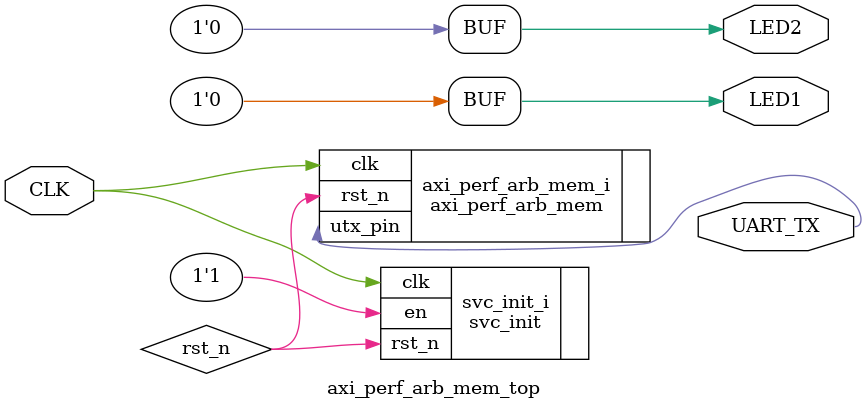
<source format=sv>
`include "svc.sv"
`include "svc_init.sv"

`include "axi_perf_arb_mem.sv"

module axi_perf_arb_mem_top (
    input  logic CLK,
    output logic LED1,
    output logic LED2,
    output logic UART_TX
);
  logic rst_n;

  svc_init svc_init_i (
      .clk  (CLK),
      .en   (1'b1),
      .rst_n(rst_n)
  );

  axi_perf_arb_mem axi_perf_arb_mem_i (
      .clk    (CLK),
      .rst_n  (rst_n),
      .utx_pin(UART_TX)
  );

  assign LED1 = 1'b0;
  assign LED2 = 1'b0;

endmodule

</source>
